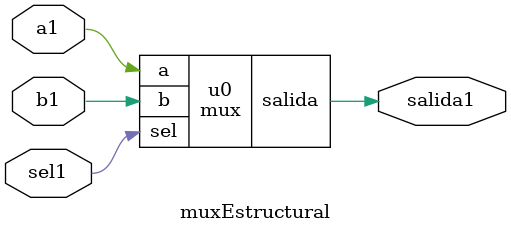
<source format=v>
module mux (
    input a,b,sel,
    output salida
);
    assign salida = (sel==0) ? a : b;
endmodule

module muxEstructural (
    input a1,b1,sel1,
    output salida1
);
    mux u0(a1,b1,sel1,salida1);
    
endmodule
</source>
